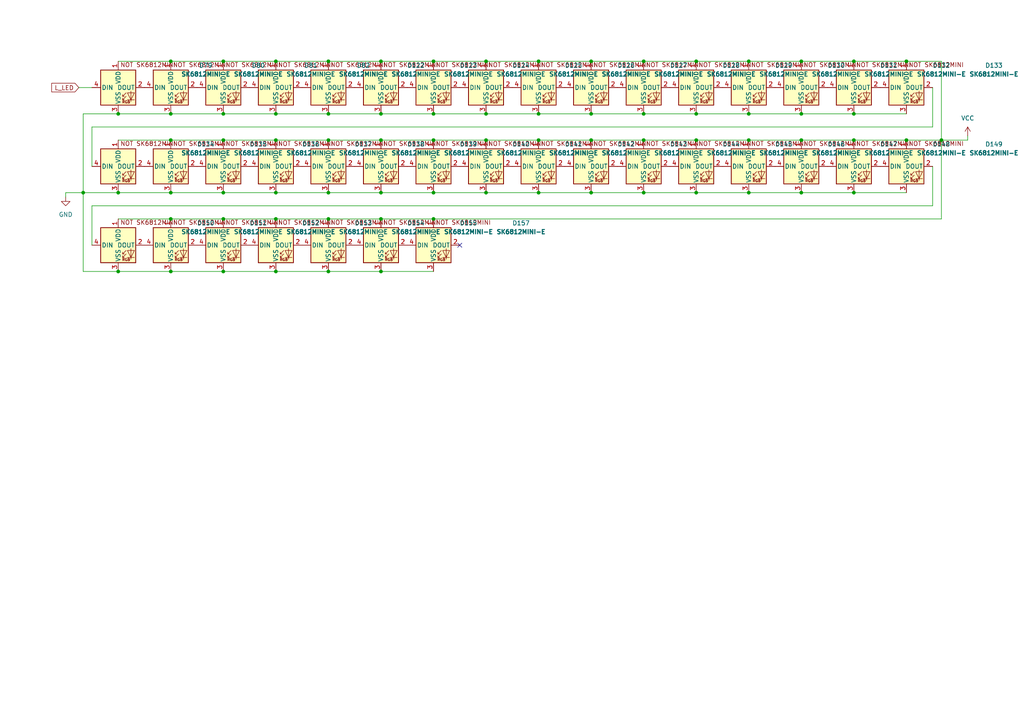
<source format=kicad_sch>
(kicad_sch (version 20250114) (generator "eeschema") (generator_version "9.0")
  (paper "A4")
  (lib_symbols
    (symbol "SK6812MINI-E:SK6812MINI-E" (pin_names (offset 0.254))
      (property "Reference" "D" (at -3.556 5.842 0))
      (property "Value" "SK6812MINI-E" (at 1.27 -5.715 0))
      (symbol "SK6812MINI-E_0_0"
        (text "RGB" (at 2.286 -4.191 0) (effects (font (size 0.762 0.762))))
      )
      (symbol "SK6812MINI-E_0_1"
        (rectangle (start -5.08 5.08) (end 5.08 -5.08) (stroke (width 0.254)) (fill (type background)))
        (polyline (pts (xy 1.27 -2.54) (xy 1.778 -2.54)))
        (polyline (pts (xy 1.27 -3.556) (xy 1.778 -3.556)))
        (polyline (pts (xy 2.286 -1.524) (xy 1.27 -2.54) (xy 1.27 -2.032)))
        (polyline (pts (xy 2.286 -2.54) (xy 1.27 -3.556) (xy 1.27 -3.048)))
        (polyline (pts (xy 3.683 -1.016) (xy 3.683 -3.556) (xy 3.683 -4.064)))
        (polyline (pts (xy 4.699 -1.524) (xy 2.667 -1.524) (xy 3.683 -3.556) (xy 4.699 -1.524)))
        (polyline (pts (xy 4.699 -3.556) (xy 2.667 -3.556)))
      )
      (symbol "SK6812MINI-E_1_1"
        (text "NOT SK6812MINI" (at 8.636 6.604 0) (effects (font (size 1.27 1.27))))
        (pin input line (at -7.62 0 0) (length 2.54) (name "DIN") (number "4"))
        (pin power_in line (at 0 7.62 270) (length 2.54) (name "VDD") (number "1"))
        (pin power_in line (at 0 -7.62 90) (length 2.54) (name "VSS") (number "3"))
        (pin output line (at 7.62 0 180) (length 2.54) (name "DOUT") (number "2"))
      )
    )
    (symbol "power:GND" (power) (pin_numbers (hide yes)) (pin_names (offset 0) (hide yes))
      (property "Value" "GND" (at 0 -3.81 0))
      (symbol "GND_0_1"
        (polyline (pts (xy 0 0) (xy 0 -1.27) (xy 1.27 -1.27) (xy 0 -2.54) (xy -1.27 -1.27) (xy 0 -1.27)))
      )
      (symbol "GND_1_1"
        (pin power_in line (at 0 0 270) (length 0) (name "~") (number "1"))
      )
    )
    (symbol "power:VCC" (power) (pin_numbers (hide yes)) (pin_names (offset 0) (hide yes))
      (property "Value" "VCC" (at 0 3.556 0))
      (symbol "VCC_0_1"
        (polyline (pts (xy -0.762 1.27) (xy 0 2.54)))
        (polyline (pts (xy 0 2.54) (xy 0.762 1.27)))
        (polyline (pts (xy 0 0) (xy 0 2.54)))
      )
      (symbol "VCC_1_1"
        (pin power_in line (at 0 0 90) (length 0) (name "~") (number "1"))
      )
    )
  )
  (junction (at 247.65 55.88))
  (junction (at 80.01 63.5))
  (junction (at 171.45 33.02))
  (junction (at 80.01 40.64))
  (junction (at 80.01 55.88))
  (junction (at 24.13 55.88))
  (junction (at 247.65 17.78))
  (junction (at 125.73 33.02))
  (junction (at 110.49 55.88))
  (junction (at 49.53 40.64))
  (junction (at 156.21 17.78))
  (junction (at 34.29 78.74))
  (junction (at 64.77 33.02))
  (junction (at 156.21 40.64))
  (junction (at 217.17 17.78))
  (junction (at 64.77 78.74))
  (junction (at 140.97 33.02))
  (junction (at 186.69 33.02))
  (junction (at 110.49 63.5))
  (junction (at 232.41 55.88))
  (junction (at 125.73 40.64))
  (junction (at 49.53 33.02))
  (junction (at 110.49 78.74))
  (junction (at 49.53 55.88))
  (junction (at 110.49 33.02))
  (junction (at 140.97 55.88))
  (junction (at 80.01 78.74))
  (junction (at 201.93 17.78))
  (junction (at 80.01 33.02))
  (junction (at 95.25 78.74))
  (junction (at 232.41 17.78))
  (junction (at 156.21 33.02))
  (junction (at 262.89 17.78))
  (junction (at 262.89 40.64))
  (junction (at 64.77 40.64))
  (junction (at 217.17 33.02))
  (junction (at 125.73 55.88))
  (junction (at 49.53 17.78))
  (junction (at 232.41 33.02))
  (junction (at 80.01 17.78))
  (junction (at 125.73 17.78))
  (junction (at 49.53 63.5))
  (junction (at 95.25 55.88))
  (junction (at 95.25 33.02))
  (junction (at 110.49 17.78))
  (junction (at 125.73 63.5))
  (junction (at 64.77 63.5))
  (junction (at 201.93 40.64))
  (junction (at 95.25 17.78))
  (junction (at 95.25 40.64))
  (junction (at 186.69 17.78))
  (junction (at 217.17 40.64))
  (junction (at 186.69 55.88))
  (junction (at 247.65 33.02))
  (junction (at 34.29 33.02))
  (junction (at 110.49 40.64))
  (junction (at 186.69 40.64))
  (junction (at 171.45 40.64))
  (junction (at 49.53 78.74))
  (junction (at 64.77 55.88))
  (junction (at 171.45 55.88))
  (junction (at 95.25 63.5))
  (junction (at 273.05 40.64))
  (junction (at 171.45 17.78))
  (junction (at 247.65 40.64))
  (junction (at 140.97 40.64))
  (junction (at 217.17 55.88))
  (junction (at 140.97 17.78))
  (junction (at 201.93 33.02))
  (junction (at 156.21 55.88))
  (junction (at 34.29 55.88))
  (junction (at 201.93 55.88))
  (junction (at 64.77 17.78))
  (junction (at 232.41 40.64))
  (no_connect (at 133.35 71.12))
  (wire (pts (xy 232.41 40.64) (xy 247.65 40.64)))
  (wire (pts (xy 186.69 17.78) (xy 201.93 17.78)))
  (wire (pts (xy 110.49 55.88) (xy 125.73 55.88)))
  (wire (pts (xy 49.53 40.64) (xy 64.77 40.64)))
  (wire (pts (xy 270.51 25.4) (xy 270.51 36.83)))
  (wire (pts (xy 19.05 55.88) (xy 19.05 57.15)))
  (wire (pts (xy 49.53 17.78) (xy 64.77 17.78)))
  (wire (pts (xy 171.45 33.02) (xy 186.69 33.02)))
  (wire (pts (xy 125.73 33.02) (xy 140.97 33.02)))
  (wire (pts (xy 140.97 17.78) (xy 156.21 17.78)))
  (wire (pts (xy 171.45 55.88) (xy 186.69 55.88)))
  (wire (pts (xy 140.97 55.88) (xy 156.21 55.88)))
  (wire (pts (xy 273.05 17.78) (xy 262.89 17.78)))
  (wire (pts (xy 24.13 78.74) (xy 34.29 78.74)))
  (wire (pts (xy 24.13 55.88) (xy 34.29 55.88)))
  (wire (pts (xy 232.41 33.02) (xy 247.65 33.02)))
  (wire (pts (xy 49.53 55.88) (xy 64.77 55.88)))
  (wire (pts (xy 34.29 33.02) (xy 49.53 33.02)))
  (wire (pts (xy 34.29 55.88) (xy 49.53 55.88)))
  (wire (pts (xy 156.21 40.64) (xy 171.45 40.64)))
  (wire (pts (xy 201.93 55.88) (xy 217.17 55.88)))
  (wire (pts (xy 270.51 59.69) (xy 26.67 59.69)))
  (wire (pts (xy 140.97 33.02) (xy 156.21 33.02)))
  (wire (pts (xy 110.49 17.78) (xy 125.73 17.78)))
  (wire (pts (xy 247.65 17.78) (xy 262.89 17.78)))
  (wire (pts (xy 156.21 33.02) (xy 171.45 33.02)))
  (wire (pts (xy 95.25 63.5) (xy 110.49 63.5)))
  (wire (pts (xy 49.53 63.5) (xy 64.77 63.5)))
  (wire (pts (xy 247.65 33.02) (xy 262.89 33.02)))
  (wire (pts (xy 95.25 55.88) (xy 110.49 55.88)))
  (wire (pts (xy 34.29 40.64) (xy 49.53 40.64)))
  (wire (pts (xy 110.49 33.02) (xy 125.73 33.02)))
  (wire (pts (xy 49.53 33.02) (xy 64.77 33.02)))
  (wire (pts (xy 156.21 17.78) (xy 171.45 17.78)))
  (wire (pts (xy 95.25 17.78) (xy 110.49 17.78)))
  (wire (pts (xy 125.73 17.78) (xy 140.97 17.78)))
  (wire (pts (xy 110.49 78.74) (xy 125.73 78.74)))
  (wire (pts (xy 171.45 40.64) (xy 186.69 40.64)))
  (wire (pts (xy 34.29 78.74) (xy 49.53 78.74)))
  (wire (pts (xy 80.01 78.74) (xy 95.25 78.74)))
  (wire (pts (xy 80.01 63.5) (xy 95.25 63.5)))
  (wire (pts (xy 95.25 33.02) (xy 110.49 33.02)))
  (wire (pts (xy 273.05 40.64) (xy 273.05 63.5)))
  (wire (pts (xy 64.77 78.74) (xy 80.01 78.74)))
  (wire (pts (xy 270.51 48.26) (xy 270.51 59.69)))
  (wire (pts (xy 156.21 55.88) (xy 171.45 55.88)))
  (wire (pts (xy 24.13 33.02) (xy 24.13 55.88)))
  (wire (pts (xy 125.73 55.88) (xy 140.97 55.88)))
  (wire (pts (xy 280.67 39.37) (xy 280.67 40.64)))
  (wire (pts (xy 273.05 40.64) (xy 273.05 17.78)))
  (wire (pts (xy 217.17 55.88) (xy 232.41 55.88)))
  (wire (pts (xy 95.25 40.64) (xy 110.49 40.64)))
  (wire (pts (xy 125.73 63.5) (xy 273.05 63.5)))
  (wire (pts (xy 217.17 33.02) (xy 232.41 33.02)))
  (wire (pts (xy 125.73 40.64) (xy 140.97 40.64)))
  (wire (pts (xy 26.67 36.83) (xy 26.67 48.26)))
  (wire (pts (xy 247.65 40.64) (xy 262.89 40.64)))
  (wire (pts (xy 80.01 33.02) (xy 95.25 33.02)))
  (wire (pts (xy 26.67 59.69) (xy 26.67 71.12)))
  (wire (pts (xy 64.77 55.88) (xy 80.01 55.88)))
  (wire (pts (xy 95.25 78.74) (xy 110.49 78.74)))
  (wire (pts (xy 34.29 33.02) (xy 24.13 33.02)))
  (wire (pts (xy 34.29 17.78) (xy 49.53 17.78)))
  (wire (pts (xy 80.01 40.64) (xy 95.25 40.64)))
  (wire (pts (xy 64.77 63.5) (xy 80.01 63.5)))
  (wire (pts (xy 80.01 55.88) (xy 95.25 55.88)))
  (wire (pts (xy 34.29 63.5) (xy 49.53 63.5)))
  (wire (pts (xy 140.97 40.64) (xy 156.21 40.64)))
  (wire (pts (xy 270.51 36.83) (xy 26.67 36.83)))
  (wire (pts (xy 24.13 55.88) (xy 19.05 55.88)))
  (wire (pts (xy 49.53 78.74) (xy 64.77 78.74)))
  (wire (pts (xy 201.93 17.78) (xy 217.17 17.78)))
  (wire (pts (xy 64.77 40.64) (xy 80.01 40.64)))
  (wire (pts (xy 232.41 55.88) (xy 247.65 55.88)))
  (wire (pts (xy 24.13 55.88) (xy 24.13 78.74)))
  (wire (pts (xy 80.01 17.78) (xy 95.25 17.78)))
  (wire (pts (xy 186.69 55.88) (xy 201.93 55.88)))
  (wire (pts (xy 171.45 17.78) (xy 186.69 17.78)))
  (wire (pts (xy 217.17 40.64) (xy 232.41 40.64)))
  (wire (pts (xy 201.93 40.64) (xy 217.17 40.64)))
  (wire (pts (xy 186.69 33.02) (xy 201.93 33.02)))
  (wire (pts (xy 201.93 33.02) (xy 217.17 33.02)))
  (wire (pts (xy 110.49 63.5) (xy 125.73 63.5)))
  (wire (pts (xy 232.41 17.78) (xy 247.65 17.78)))
  (wire (pts (xy 22.86 25.4) (xy 26.67 25.4)))
  (wire (pts (xy 262.89 40.64) (xy 273.05 40.64)))
  (wire (pts (xy 64.77 33.02) (xy 80.01 33.02)))
  (wire (pts (xy 186.69 40.64) (xy 201.93 40.64)))
  (wire (pts (xy 110.49 40.64) (xy 125.73 40.64)))
  (wire (pts (xy 217.17 17.78) (xy 232.41 17.78)))
  (wire (pts (xy 64.77 17.78) (xy 80.01 17.78)))
  (wire (pts (xy 247.65 55.88) (xy 262.89 55.88)))
  (wire (pts (xy 280.67 40.64) (xy 273.05 40.64)))
  (global_label "L_LED" (shape input) (at 22.86 25.4 180) (property "Intersheetrefs" "${INTERSHEET_REFS}" (effects (hide yes))))
  (symbol (lib_id "SK6812MINI-E:SK6812MINI-E") (at 64.77 71.12 0) (unit 1)
    (property "Reference" "D152" (at 90.17 64.6998 0))
    (property "Value" "SK6812MINI-E" (at 90.17 67.2399 0) (effects (font (thickness 0.254) (bold yes))))
    (property "Footprint" "footprints:SK6812MINI-E_fixed" (effects (hide yes)))
    (property "Datasheet" "https://cdn-shop.adafruit.com/product-files/4960/4960_SK6812MINI-E_REV02_EN.pdf" (effects (hide yes)))
    (property "Description" "RGB LED with integrated controller" (effects (hide yes)))
  )
  (symbol (lib_id "SK6812MINI-E:SK6812MINI-E") (at 34.29 25.4 0) (unit 1)
    (property "Reference" "D79" (at 59.69 18.9798 0))
    (property "Value" "SK6812MINI-E" (at 59.69 21.5199 0) (effects (font (thickness 0.254) (bold yes))))
    (property "Footprint" "footprints:SK6812MINI-E_fixed" (effects (hide yes)))
    (property "Datasheet" "https://cdn-shop.adafruit.com/product-files/4960/4960_SK6812MINI-E_REV02_EN.pdf" (effects (hide yes)))
    (property "Description" "RGB LED with integrated controller" (effects (hide yes)))
  )
  (symbol (lib_id "SK6812MINI-E:SK6812MINI-E") (at 64.77 25.4 0) (unit 1)
    (property "Reference" "D81" (at 90.17 18.9798 0))
    (property "Value" "SK6812MINI-E" (at 90.17 21.5199 0) (effects (font (thickness 0.254) (bold yes))))
    (property "Footprint" "footprints:SK6812MINI-E_fixed" (effects (hide yes)))
    (property "Datasheet" "https://cdn-shop.adafruit.com/product-files/4960/4960_SK6812MINI-E_REV02_EN.pdf" (effects (hide yes)))
    (property "Description" "RGB LED with integrated controller" (effects (hide yes)))
  )
  (symbol (lib_id "SK6812MINI-E:SK6812MINI-E") (at 186.69 48.26 0) (unit 1)
    (property "Reference" "D144" (at 212.09 41.8398 0))
    (property "Value" "SK6812MINI-E" (at 212.09 44.3799 0) (effects (font (thickness 0.254) (bold yes))))
    (property "Footprint" "footprints:SK6812MINI-E_fixed" (effects (hide yes)))
    (property "Datasheet" "https://cdn-shop.adafruit.com/product-files/4960/4960_SK6812MINI-E_REV02_EN.pdf" (effects (hide yes)))
    (property "Description" "RGB LED with integrated controller" (effects (hide yes)))
  )
  (symbol (lib_id "SK6812MINI-E:SK6812MINI-E") (at 171.45 48.26 0) (unit 1)
    (property "Reference" "D143" (at 196.85 41.8398 0))
    (property "Value" "SK6812MINI-E" (at 196.85 44.3799 0) (effects (font (thickness 0.254) (bold yes))))
    (property "Footprint" "footprints:SK6812MINI-E_fixed" (effects (hide yes)))
    (property "Datasheet" "https://cdn-shop.adafruit.com/product-files/4960/4960_SK6812MINI-E_REV02_EN.pdf" (effects (hide yes)))
    (property "Description" "RGB LED with integrated controller" (effects (hide yes)))
  )
  (symbol (lib_id "SK6812MINI-E:SK6812MINI-E") (at 186.69 25.4 0) (unit 1)
    (property "Reference" "D128" (at 212.09 18.9798 0))
    (property "Value" "SK6812MINI-E" (at 212.09 21.5199 0) (effects (font (thickness 0.254) (bold yes))))
    (property "Footprint" "footprints:SK6812MINI-E_fixed" (effects (hide yes)))
    (property "Datasheet" "https://cdn-shop.adafruit.com/product-files/4960/4960_SK6812MINI-E_REV02_EN.pdf" (effects (hide yes)))
    (property "Description" "RGB LED with integrated controller" (effects (hide yes)))
  )
  (symbol (lib_id "SK6812MINI-E:SK6812MINI-E") (at 171.45 25.4 0) (unit 1)
    (property "Reference" "D127" (at 196.85 18.9798 0))
    (property "Value" "SK6812MINI-E" (at 196.85 21.5199 0) (effects (font (thickness 0.254) (bold yes))))
    (property "Footprint" "footprints:SK6812MINI-E_fixed" (effects (hide yes)))
    (property "Datasheet" "https://cdn-shop.adafruit.com/product-files/4960/4960_SK6812MINI-E_REV02_EN.pdf" (effects (hide yes)))
    (property "Description" "RGB LED with integrated controller" (effects (hide yes)))
  )
  (symbol (lib_id "SK6812MINI-E:SK6812MINI-E") (at 217.17 25.4 0) (unit 1)
    (property "Reference" "D130" (at 242.57 18.9798 0))
    (property "Value" "SK6812MINI-E" (at 242.57 21.5199 0) (effects (font (thickness 0.254) (bold yes))))
    (property "Footprint" "footprints:SK6812MINI-E_fixed" (effects (hide yes)))
    (property "Datasheet" "https://cdn-shop.adafruit.com/product-files/4960/4960_SK6812MINI-E_REV02_EN.pdf" (effects (hide yes)))
    (property "Description" "RGB LED with integrated controller" (effects (hide yes)))
  )
  (symbol (lib_id "SK6812MINI-E:SK6812MINI-E") (at 156.21 48.26 0) (unit 1)
    (property "Reference" "D142" (at 181.61 41.8398 0))
    (property "Value" "SK6812MINI-E" (at 181.61 44.3799 0) (effects (font (thickness 0.254) (bold yes))))
    (property "Footprint" "footprints:SK6812MINI-E_fixed" (effects (hide yes)))
    (property "Datasheet" "https://cdn-shop.adafruit.com/product-files/4960/4960_SK6812MINI-E_REV02_EN.pdf" (effects (hide yes)))
    (property "Description" "RGB LED with integrated controller" (effects (hide yes)))
  )
  (symbol (lib_id "SK6812MINI-E:SK6812MINI-E") (at 110.49 25.4 0) (unit 1)
    (property "Reference" "D123" (at 135.89 18.9798 0))
    (property "Value" "SK6812MINI-E" (at 135.89 21.5199 0) (effects (font (thickness 0.254) (bold yes))))
    (property "Footprint" "footprints:SK6812MINI-E_fixed" (effects (hide yes)))
    (property "Datasheet" "https://cdn-shop.adafruit.com/product-files/4960/4960_SK6812MINI-E_REV02_EN.pdf" (effects (hide yes)))
    (property "Description" "RGB LED with integrated controller" (effects (hide yes)))
  )
  (symbol (lib_id "SK6812MINI-E:SK6812MINI-E") (at 49.53 48.26 0) (unit 1)
    (property "Reference" "D135" (at 74.93 41.8398 0))
    (property "Value" "SK6812MINI-E" (at 74.93 44.3799 0) (effects (font (thickness 0.254) (bold yes))))
    (property "Footprint" "footprints:SK6812MINI-E_fixed" (effects (hide yes)))
    (property "Datasheet" "https://cdn-shop.adafruit.com/product-files/4960/4960_SK6812MINI-E_REV02_EN.pdf" (effects (hide yes)))
    (property "Description" "RGB LED with integrated controller" (effects (hide yes)))
  )
  (symbol (lib_id "SK6812MINI-E:SK6812MINI-E") (at 232.41 25.4 0) (unit 1)
    (property "Reference" "D131" (at 257.81 18.9798 0))
    (property "Value" "SK6812MINI-E" (at 257.81 21.5199 0) (effects (font (thickness 0.254) (bold yes))))
    (property "Footprint" "footprints:SK6812MINI-E_fixed" (effects (hide yes)))
    (property "Datasheet" "https://cdn-shop.adafruit.com/product-files/4960/4960_SK6812MINI-E_REV02_EN.pdf" (effects (hide yes)))
    (property "Description" "RGB LED with integrated controller" (effects (hide yes)))
  )
  (symbol (lib_id "SK6812MINI-E:SK6812MINI-E") (at 49.53 71.12 0) (unit 1)
    (property "Reference" "D151" (at 74.93 64.6998 0))
    (property "Value" "SK6812MINI-E" (at 74.93 67.2399 0) (effects (font (thickness 0.254) (bold yes))))
    (property "Footprint" "footprints:SK6812MINI-E_fixed" (effects (hide yes)))
    (property "Datasheet" "https://cdn-shop.adafruit.com/product-files/4960/4960_SK6812MINI-E_REV02_EN.pdf" (effects (hide yes)))
    (property "Description" "RGB LED with integrated controller" (effects (hide yes)))
  )
  (symbol (lib_id "SK6812MINI-E:SK6812MINI-E") (at 95.25 48.26 0) (unit 1)
    (property "Reference" "D138" (at 120.65 41.8398 0))
    (property "Value" "SK6812MINI-E" (at 120.65 44.3799 0) (effects (font (thickness 0.254) (bold yes))))
    (property "Footprint" "footprints:SK6812MINI-E_fixed" (effects (hide yes)))
    (property "Datasheet" "https://cdn-shop.adafruit.com/product-files/4960/4960_SK6812MINI-E_REV02_EN.pdf" (effects (hide yes)))
    (property "Description" "RGB LED with integrated controller" (effects (hide yes)))
  )
  (symbol (lib_id "SK6812MINI-E:SK6812MINI-E") (at 125.73 25.4 0) (unit 1)
    (property "Reference" "D124" (at 151.13 18.9798 0))
    (property "Value" "SK6812MINI-E" (at 151.13 21.5199 0) (effects (font (thickness 0.254) (bold yes))))
    (property "Footprint" "footprints:SK6812MINI-E_fixed" (effects (hide yes)))
    (property "Datasheet" "https://cdn-shop.adafruit.com/product-files/4960/4960_SK6812MINI-E_REV02_EN.pdf" (effects (hide yes)))
    (property "Description" "RGB LED with integrated controller" (effects (hide yes)))
  )
  (symbol (lib_id "SK6812MINI-E:SK6812MINI-E") (at 64.77 48.26 0) (unit 1)
    (property "Reference" "D136" (at 90.17 41.8398 0))
    (property "Value" "SK6812MINI-E" (at 90.17 44.3799 0) (effects (font (thickness 0.254) (bold yes))))
    (property "Footprint" "footprints:SK6812MINI-E_fixed" (effects (hide yes)))
    (property "Datasheet" "https://cdn-shop.adafruit.com/product-files/4960/4960_SK6812MINI-E_REV02_EN.pdf" (effects (hide yes)))
    (property "Description" "RGB LED with integrated controller" (effects (hide yes)))
  )
  (symbol (lib_id "SK6812MINI-E:SK6812MINI-E") (at 95.25 71.12 0) (unit 1)
    (property "Reference" "D154" (at 120.65 64.6998 0))
    (property "Value" "SK6812MINI-E" (at 120.65 67.2399 0) (effects (font (thickness 0.254) (bold yes))))
    (property "Footprint" "footprints:SK6812MINI-E_fixed" (effects (hide yes)))
    (property "Datasheet" "https://cdn-shop.adafruit.com/product-files/4960/4960_SK6812MINI-E_REV02_EN.pdf" (effects (hide yes)))
    (property "Description" "RGB LED with integrated controller" (effects (hide yes)))
  )
  (symbol (lib_id "SK6812MINI-E:SK6812MINI-E") (at 34.29 48.26 0) (unit 1)
    (property "Reference" "D134" (at 59.69 41.8398 0))
    (property "Value" "SK6812MINI-E" (at 59.69 44.3799 0) (effects (font (thickness 0.254) (bold yes))))
    (property "Footprint" "footprints:SK6812MINI-E_fixed" (effects (hide yes)))
    (property "Datasheet" "https://cdn-shop.adafruit.com/product-files/4960/4960_SK6812MINI-E_REV02_EN.pdf" (effects (hide yes)))
    (property "Description" "RGB LED with integrated controller" (effects (hide yes)))
  )
  (symbol (lib_id "SK6812MINI-E:SK6812MINI-E") (at 201.93 48.26 0) (unit 1)
    (property "Reference" "D145" (at 227.33 41.8398 0))
    (property "Value" "SK6812MINI-E" (at 227.33 44.3799 0) (effects (font (thickness 0.254) (bold yes))))
    (property "Footprint" "footprints:SK6812MINI-E_fixed" (effects (hide yes)))
    (property "Datasheet" "https://cdn-shop.adafruit.com/product-files/4960/4960_SK6812MINI-E_REV02_EN.pdf" (effects (hide yes)))
    (property "Description" "RGB LED with integrated controller" (effects (hide yes)))
  )
  (symbol (lib_id "SK6812MINI-E:SK6812MINI-E") (at 125.73 71.12 0) (unit 1)
    (property "Reference" "D157" (at 151.13 64.6998 0))
    (property "Value" "SK6812MINI-E" (at 151.13 67.2399 0) (effects (font (thickness 0.254) (bold yes))))
    (property "Footprint" "footprints:SK6812MINI-E_fixed" (effects (hide yes)))
    (property "Datasheet" "https://cdn-shop.adafruit.com/product-files/4960/4960_SK6812MINI-E_REV02_EN.pdf" (effects (hide yes)))
    (property "Description" "RGB LED with integrated controller" (effects (hide yes)))
  )
  (symbol (lib_id "SK6812MINI-E:SK6812MINI-E") (at 262.89 25.4 0) (unit 1)
    (property "Reference" "D133" (at 288.29 18.9798 0))
    (property "Value" "SK6812MINI-E" (at 288.29 21.5199 0) (effects (font (thickness 0.254) (bold yes))))
    (property "Footprint" "footprints:SK6812MINI-E_fixed" (effects (hide yes)))
    (property "Datasheet" "https://cdn-shop.adafruit.com/product-files/4960/4960_SK6812MINI-E_REV02_EN.pdf" (effects (hide yes)))
    (property "Description" "RGB LED with integrated controller" (effects (hide yes)))
  )
  (symbol (lib_id "SK6812MINI-E:SK6812MINI-E") (at 80.01 48.26 0) (unit 1)
    (property "Reference" "D137" (at 105.41 41.8398 0))
    (property "Value" "SK6812MINI-E" (at 105.41 44.3799 0) (effects (font (thickness 0.254) (bold yes))))
    (property "Footprint" "footprints:SK6812MINI-E_fixed" (effects (hide yes)))
    (property "Datasheet" "https://cdn-shop.adafruit.com/product-files/4960/4960_SK6812MINI-E_REV02_EN.pdf" (effects (hide yes)))
    (property "Description" "RGB LED with integrated controller" (effects (hide yes)))
  )
  (symbol (lib_id "power:GND") (at 19.05 57.15 0) (unit 1)
    (property "Reference" "#PWR011" (effects (hide yes)))
    (property "Value" "GND" (at 19.05 62.23 0))
    (property "Description" "Power symbol creates a global label with name \"GND\" , ground" (effects (hide yes)))
  )
  (symbol (lib_id "SK6812MINI-E:SK6812MINI-E") (at 140.97 48.26 0) (unit 1)
    (property "Reference" "D141" (at 166.37 41.8398 0))
    (property "Value" "SK6812MINI-E" (at 166.37 44.3799 0) (effects (font (thickness 0.254) (bold yes))))
    (property "Footprint" "footprints:SK6812MINI-E_fixed" (effects (hide yes)))
    (property "Datasheet" "https://cdn-shop.adafruit.com/product-files/4960/4960_SK6812MINI-E_REV02_EN.pdf" (effects (hide yes)))
    (property "Description" "RGB LED with integrated controller" (effects (hide yes)))
  )
  (symbol (lib_id "SK6812MINI-E:SK6812MINI-E") (at 140.97 25.4 0) (unit 1)
    (property "Reference" "D125" (at 166.37 18.9798 0))
    (property "Value" "SK6812MINI-E" (at 166.37 21.5199 0) (effects (font (thickness 0.254) (bold yes))))
    (property "Footprint" "footprints:SK6812MINI-E_fixed" (effects (hide yes)))
    (property "Datasheet" "https://cdn-shop.adafruit.com/product-files/4960/4960_SK6812MINI-E_REV02_EN.pdf" (effects (hide yes)))
    (property "Description" "RGB LED with integrated controller" (effects (hide yes)))
  )
  (symbol (lib_id "SK6812MINI-E:SK6812MINI-E") (at 49.53 25.4 0) (unit 1)
    (property "Reference" "D80" (at 74.93 18.9798 0))
    (property "Value" "SK6812MINI-E" (at 74.93 21.5199 0) (effects (font (thickness 0.254) (bold yes))))
    (property "Footprint" "footprints:SK6812MINI-E_fixed" (effects (hide yes)))
    (property "Datasheet" "https://cdn-shop.adafruit.com/product-files/4960/4960_SK6812MINI-E_REV02_EN.pdf" (effects (hide yes)))
    (property "Description" "RGB LED with integrated controller" (effects (hide yes)))
  )
  (symbol (lib_id "power:VCC") (at 280.67 39.37 0) (unit 1)
    (property "Reference" "#PWR012" (effects (hide yes)))
    (property "Value" "VCC" (at 280.67 34.29 0))
    (property "Description" "Power symbol creates a global label with name \"VCC\"" (effects (hide yes)))
  )
  (symbol (lib_id "SK6812MINI-E:SK6812MINI-E") (at 34.29 71.12 0) (unit 1)
    (property "Reference" "D150" (at 59.69 64.6998 0))
    (property "Value" "SK6812MINI-E" (at 59.69 67.2399 0) (effects (font (thickness 0.254) (bold yes))))
    (property "Footprint" "footprints:SK6812MINI-E_fixed" (effects (hide yes)))
    (property "Datasheet" "https://cdn-shop.adafruit.com/product-files/4960/4960_SK6812MINI-E_REV02_EN.pdf" (effects (hide yes)))
    (property "Description" "RGB LED with integrated controller" (effects (hide yes)))
  )
  (symbol (lib_id "SK6812MINI-E:SK6812MINI-E") (at 247.65 48.26 0) (unit 1)
    (property "Reference" "D148" (at 273.05 41.8398 0))
    (property "Value" "SK6812MINI-E" (at 273.05 44.3799 0) (effects (font (thickness 0.254) (bold yes))))
    (property "Footprint" "footprints:SK6812MINI-E_fixed" (effects (hide yes)))
    (property "Datasheet" "https://cdn-shop.adafruit.com/product-files/4960/4960_SK6812MINI-E_REV02_EN.pdf" (effects (hide yes)))
    (property "Description" "RGB LED with integrated controller" (effects (hide yes)))
  )
  (symbol (lib_id "SK6812MINI-E:SK6812MINI-E") (at 110.49 71.12 0) (unit 1)
    (property "Reference" "D155" (at 135.89 64.6998 0))
    (property "Value" "SK6812MINI-E" (at 135.89 67.2399 0) (effects (font (thickness 0.254) (bold yes))))
    (property "Footprint" "footprints:SK6812MINI-E_fixed" (effects (hide yes)))
    (property "Datasheet" "https://cdn-shop.adafruit.com/product-files/4960/4960_SK6812MINI-E_REV02_EN.pdf" (effects (hide yes)))
    (property "Description" "RGB LED with integrated controller" (effects (hide yes)))
  )
  (symbol (lib_id "SK6812MINI-E:SK6812MINI-E") (at 217.17 48.26 0) (unit 1)
    (property "Reference" "D146" (at 242.57 41.8398 0))
    (property "Value" "SK6812MINI-E" (at 242.57 44.3799 0) (effects (font (thickness 0.254) (bold yes))))
    (property "Footprint" "footprints:SK6812MINI-E_fixed" (effects (hide yes)))
    (property "Datasheet" "https://cdn-shop.adafruit.com/product-files/4960/4960_SK6812MINI-E_REV02_EN.pdf" (effects (hide yes)))
    (property "Description" "RGB LED with integrated controller" (effects (hide yes)))
  )
  (symbol (lib_id "SK6812MINI-E:SK6812MINI-E") (at 125.73 48.26 0) (unit 1)
    (property "Reference" "D140" (at 151.13 41.8398 0))
    (property "Value" "SK6812MINI-E" (at 151.13 44.3799 0) (effects (font (thickness 0.254) (bold yes))))
    (property "Footprint" "footprints:SK6812MINI-E_fixed" (effects (hide yes)))
    (property "Datasheet" "https://cdn-shop.adafruit.com/product-files/4960/4960_SK6812MINI-E_REV02_EN.pdf" (effects (hide yes)))
    (property "Description" "RGB LED with integrated controller" (effects (hide yes)))
  )
  (symbol (lib_id "SK6812MINI-E:SK6812MINI-E") (at 262.89 48.26 0) (unit 1)
    (property "Reference" "D149" (at 288.29 41.8398 0))
    (property "Value" "SK6812MINI-E" (at 288.29 44.3799 0) (effects (font (thickness 0.254) (bold yes))))
    (property "Footprint" "footprints:SK6812MINI-E_fixed" (effects (hide yes)))
    (property "Datasheet" "https://cdn-shop.adafruit.com/product-files/4960/4960_SK6812MINI-E_REV02_EN.pdf" (effects (hide yes)))
    (property "Description" "RGB LED with integrated controller" (effects (hide yes)))
  )
  (symbol (lib_id "SK6812MINI-E:SK6812MINI-E") (at 232.41 48.26 0) (unit 1)
    (property "Reference" "D147" (at 257.81 41.8398 0))
    (property "Value" "SK6812MINI-E" (at 257.81 44.3799 0) (effects (font (thickness 0.254) (bold yes))))
    (property "Footprint" "footprints:SK6812MINI-E_fixed" (effects (hide yes)))
    (property "Datasheet" "https://cdn-shop.adafruit.com/product-files/4960/4960_SK6812MINI-E_REV02_EN.pdf" (effects (hide yes)))
    (property "Description" "RGB LED with integrated controller" (effects (hide yes)))
  )
  (symbol (lib_id "SK6812MINI-E:SK6812MINI-E") (at 247.65 25.4 0) (unit 1)
    (property "Reference" "D132" (at 273.05 18.9798 0))
    (property "Value" "SK6812MINI-E" (at 273.05 21.5199 0) (effects (font (thickness 0.254) (bold yes))))
    (property "Footprint" "footprints:SK6812MINI-E_fixed" (effects (hide yes)))
    (property "Datasheet" "https://cdn-shop.adafruit.com/product-files/4960/4960_SK6812MINI-E_REV02_EN.pdf" (effects (hide yes)))
    (property "Description" "RGB LED with integrated controller" (effects (hide yes)))
  )
  (symbol (lib_id "SK6812MINI-E:SK6812MINI-E") (at 80.01 71.12 0) (unit 1)
    (property "Reference" "D153" (at 105.41 64.6998 0))
    (property "Value" "SK6812MINI-E" (at 105.41 67.2399 0) (effects (font (thickness 0.254) (bold yes))))
    (property "Footprint" "footprints:SK6812MINI-E_fixed" (effects (hide yes)))
    (property "Datasheet" "https://cdn-shop.adafruit.com/product-files/4960/4960_SK6812MINI-E_REV02_EN.pdf" (effects (hide yes)))
    (property "Description" "RGB LED with integrated controller" (effects (hide yes)))
  )
  (symbol (lib_id "SK6812MINI-E:SK6812MINI-E") (at 156.21 25.4 0) (unit 1)
    (property "Reference" "D126" (at 181.61 18.9798 0))
    (property "Value" "SK6812MINI-E" (at 181.61 21.5199 0) (effects (font (thickness 0.254) (bold yes))))
    (property "Footprint" "footprints:SK6812MINI-E_fixed" (effects (hide yes)))
    (property "Datasheet" "https://cdn-shop.adafruit.com/product-files/4960/4960_SK6812MINI-E_REV02_EN.pdf" (effects (hide yes)))
    (property "Description" "RGB LED with integrated controller" (effects (hide yes)))
  )
  (symbol (lib_id "SK6812MINI-E:SK6812MINI-E") (at 95.25 25.4 0) (unit 1)
    (property "Reference" "D122" (at 120.65 18.9798 0))
    (property "Value" "SK6812MINI-E" (at 120.65 21.5199 0) (effects (font (thickness 0.254) (bold yes))))
    (property "Footprint" "footprints:SK6812MINI-E_fixed" (effects (hide yes)))
    (property "Datasheet" "https://cdn-shop.adafruit.com/product-files/4960/4960_SK6812MINI-E_REV02_EN.pdf" (effects (hide yes)))
    (property "Description" "RGB LED with integrated controller" (effects (hide yes)))
  )
  (symbol (lib_id "SK6812MINI-E:SK6812MINI-E") (at 110.49 48.26 0) (unit 1)
    (property "Reference" "D139" (at 135.89 41.8398 0))
    (property "Value" "SK6812MINI-E" (at 135.89 44.3799 0) (effects (font (thickness 0.254) (bold yes))))
    (property "Footprint" "footprints:SK6812MINI-E_fixed" (effects (hide yes)))
    (property "Datasheet" "https://cdn-shop.adafruit.com/product-files/4960/4960_SK6812MINI-E_REV02_EN.pdf" (effects (hide yes)))
    (property "Description" "RGB LED with integrated controller" (effects (hide yes)))
  )
  (symbol (lib_id "SK6812MINI-E:SK6812MINI-E") (at 201.93 25.4 0) (unit 1)
    (property "Reference" "D129" (at 227.33 18.9798 0))
    (property "Value" "SK6812MINI-E" (at 227.33 21.5199 0) (effects (font (thickness 0.254) (bold yes))))
    (property "Footprint" "footprints:SK6812MINI-E_fixed" (effects (hide yes)))
    (property "Datasheet" "https://cdn-shop.adafruit.com/product-files/4960/4960_SK6812MINI-E_REV02_EN.pdf" (effects (hide yes)))
    (property "Description" "RGB LED with integrated controller" (effects (hide yes)))
  )
  (symbol (lib_id "SK6812MINI-E:SK6812MINI-E") (at 80.01 25.4 0) (unit 1)
    (property "Reference" "D82" (at 105.41 18.9798 0))
    (property "Value" "SK6812MINI-E" (at 105.41 21.5199 0) (effects (font (thickness 0.254) (bold yes))))
    (property "Footprint" "footprints:SK6812MINI-E_fixed" (effects (hide yes)))
    (property "Datasheet" "https://cdn-shop.adafruit.com/product-files/4960/4960_SK6812MINI-E_REV02_EN.pdf" (effects (hide yes)))
    (property "Description" "RGB LED with integrated controller" (effects (hide yes)))
  )
)
</source>
